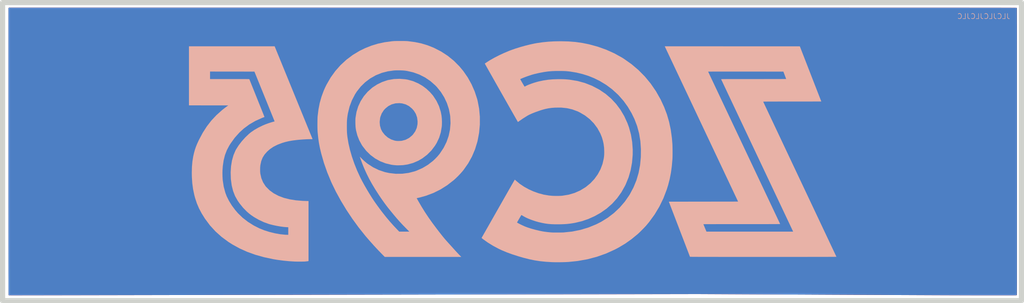
<source format=kicad_pcb>
(kicad_pcb (version 20240108) (generator "pcbnew") (generator_version "8.0")
  (layers (0 "F.Cu" signal) (31 "B.Cu" signal) (36 "B.SilkS" user "B.Silkscreen") (37 "F.SilkS" user "F.Silkscreen") (38 "B.Mask" user) (39 "F.Mask" user) (44 "Edge.Cuts" user))
  (net 0 "")
  (footprint "Graphics" (layer "F.Cu") (at 0 0)
    (property "Reference" "" (at 0 0 0) (layer "F.SilkS") (effects (font (size 1.27 1.27))))
    (property "Value" "")
    (fp_poly (pts (xy 78.149 14.922) (xy 78.608 15.001) (xy 79.654 15.292) (xy 80.675 15.739) (xy 81.495 16.222) (xy 82.219 16.765) (xy 82.903 17.4) (xy 83.491 18.073) (xy 83.55 18.15) (xy 84.189 19.13) (xy 84.681 20.168) (xy 85.023 21.254) (xy 85.168 22.02) (xy 85.226 22.598) (xy 85.25 23.23) (xy 85.238 23.835) (xy 85.213 24.16) (xy 85.024 25.271) (xy 84.704 26.304) (xy 84.243 27.286) (xy 83.889 27.87) (xy 83.188 28.793) (xy 82.37 29.611) (xy 81.447 30.313) (xy 80.64 30.784) (xy 79.631 31.218) (xy 78.576 31.507) (xy 77.753 31.631) (xy 77.527 31.647) (xy 77.219 31.66) (xy 76.891 31.67) (xy 76.601 31.673) (xy 76.41 31.669) (xy 76.41 31.668) (xy 76.001 31.635) (xy 75.677 31.598) (xy 75.415 31.558) (xy 74.301 31.292) (xy 73.243 30.881) (xy 72.255 30.332) (xy 71.347 29.654) (xy 70.532 28.854) (xy 69.823 27.942) (xy 69.665 27.7) (xy 69.183 26.813) (xy 68.809 25.867) (xy 68.563 24.918) (xy 68.562 24.91) (xy 68.498 24.53) (xy 68.458 24.182) (xy 68.436 23.799) (xy 68.426 23.42) (xy 68.424 23.228) (xy 73.147 23.228) (xy 73.206 23.959) (xy 73.402 24.639) (xy 73.671 25.154) (xy 74.149 25.759) (xy 74.719 26.254) (xy 75.359 26.625) (xy 76.048 26.858) (xy 76.405 26.919) (xy 76.645 26.931) (xy 76.96 26.928) (xy 77.268 26.913) (xy 77.47 26.891) (xy 78.202 26.688) (xy 78.865 26.341) (xy 79.451 25.855) (xy 79.615 25.678) (xy 80.06 25.056) (xy 80.354 24.383) (xy 80.499 23.653) (xy 80.514 23.12) (xy 80.417 22.357) (xy 80.18 21.668) (xy 79.798 21.045) (xy 79.441 20.639) (xy 78.856 20.153) (xy 78.215 19.816) (xy 77.507 19.62) (xy 76.99 19.567) (xy 76.221 19.608) (xy 75.504 19.797) (xy 74.848 20.131) (xy 74.305 20.567) (xy 74.123 20.75) (xy 73.977 20.908) (xy 73.952 20.938) (xy 73.546 21.561) (xy 73.28 22.257) (xy 73.23 22.469) (xy 73.147 23.228) (xy 68.424 23.228) (xy 68.423 23.028) (xy 68.427 22.742) (xy 68.442 22.504) (xy 68.447 22.44) (xy 68.635 21.299) (xy 68.972 20.207) (xy 69.45 19.178) (xy 70.063 18.223) (xy 70.804 17.355) (xy 71.666 16.586) (xy 71.77 16.506) (xy 72.649 15.932) (xy 73.612 15.46) (xy 74.608 15.117) (xy 74.83 15.06) (xy 75.91 14.877) (xy 77.03 14.831)) (fill solid) (layer "B.SilkS"))
    (fp_poly (pts (xy 56.41 17.505) (xy 56.876 18.648) (xy 57.326 19.749) (xy 57.754 20.799) (xy 58.159 21.791) (xy 58.535 22.713) (xy 58.88 23.558) (xy 59.189 24.317) (xy 59.459 24.98) (xy 59.686 25.538) (xy 59.867 25.982) (xy 59.998 26.304) (xy 60.075 26.494) (xy 60.095 26.545) (xy 60.087 26.566) (xy 60.023 26.576) (xy 59.863 26.58) (xy 59.695 26.58) (xy 59.037 26.594) (xy 58.279 26.635) (xy 57.482 26.698) (xy 57.14 26.731) (xy 56.269 26.838) (xy 55.509 26.968) (xy 54.811 27.132) (xy 54.21 27.312) (xy 53.289 27.66) (xy 52.498 28.06) (xy 51.809 28.53) (xy 51.269 29.01) (xy 50.765 29.584) (xy 50.391 30.185) (xy 50.131 30.849) (xy 49.965 31.613) (xy 49.948 31.73) (xy 49.921 32.061) (xy 49.911 32.472) (xy 49.918 32.888) (xy 49.943 33.232) (xy 49.948 33.27) (xy 50.144 34.159) (xy 50.479 34.973) (xy 50.949 35.706) (xy 51.066 35.85) (xy 51.741 36.528) (xy 52.542 37.115) (xy 53.461 37.606) (xy 54.489 37.995) (xy 54.56 38.017) (xy 55.645 38.29) (xy 56.833 38.48) (xy 58.139 38.59) (xy 58.769 38.613) (xy 59.32 38.626) (xy 59.32 44.464) (xy 59.32 50.301) (xy 59.265 50.322) (xy 59.151 50.344) (xy 59 50.362) (xy 58.772 50.384) (xy 58.63 50.399) (xy 58.496 50.406) (xy 58.243 50.411) (xy 57.913 50.414) (xy 57.548 50.415) (xy 57.19 50.414) (xy 56.878 50.411) (xy 56.66 50.406) (xy 55.563 50.34) (xy 54.398 50.226) (xy 53.245 50.072) (xy 52.44 49.938) (xy 50.644 49.552) (xy 48.971 49.081) (xy 47.407 48.518) (xy 45.938 47.857) (xy 44.548 47.094) (xy 43.733 46.575) (xy 42.419 45.603) (xy 41.231 44.536) (xy 40.166 43.37) (xy 39.218 42.098) (xy 39.181 42.043) (xy 38.546 41.026) (xy 38.03 40.048) (xy 37.612 39.066) (xy 37.273 38.035) (xy 37.12 37.459) (xy 36.881 36.316) (xy 36.724 35.143) (xy 36.645 33.895) (xy 36.632 33.09) (xy 36.66 31.964) (xy 36.748 30.942) (xy 36.901 29.978) (xy 37.069 29.238) (xy 37.234 28.648) (xy 37.421 28.095) (xy 37.65 27.526) (xy 37.941 26.89) (xy 38.04 26.686) (xy 38.767 25.323) (xy 39.556 24.091) (xy 40.424 22.968) (xy 41.39 21.932) (xy 42.47 20.961) (xy 42.56 20.887) (xy 42.866 20.643) (xy 43.2 20.388) (xy 43.497 20.17) (xy 43.57 20.119) (xy 43.727 20.01) (xy 39.904 20.005) (xy 36.08 20) (xy 36.08 14.25) (xy 36.08 13.42) (xy 40.18 13.42) (xy 40.18 14.15) (xy 40.18 14.88) (xy 43.989 14.88) (xy 44.869 14.88) (xy 45.603 14.88) (xy 46.203 14.881) (xy 46.683 14.882) (xy 47.057 14.884) (xy 47.338 14.886) (xy 47.539 14.889) (xy 47.674 14.893) (xy 47.756 14.898) (xy 47.799 14.905) (xy 47.815 14.912) (xy 47.817 14.915) (xy 47.85 14.994) (xy 47.935 15.204) (xy 48.065 15.528) (xy 48.234 15.948) (xy 48.434 16.447) (xy 48.659 17.007) (xy 48.902 17.611) (xy 49.155 18.242) (xy 49.411 18.882) (xy 49.664 19.514) (xy 49.907 20.12) (xy 50.132 20.683) (xy 50.333 21.185) (xy 50.503 21.61) (xy 50.634 21.939) (xy 50.72 22.156) (xy 50.754 22.242) (xy 50.707 22.289) (xy 50.605 22.325) (xy 50.408 22.399) (xy 50.28 22.449) (xy 48.994 23.028) (xy 47.823 23.709) (xy 46.751 24.501) (xy 45.889 25.288) (xy 44.973 26.311) (xy 44.148 27.46) (xy 43.901 27.857) (xy 43.438 28.739) (xy 43.081 29.677) (xy 42.824 30.693) (xy 42.661 31.809) (xy 42.599 32.661) (xy 42.589 33.204) (xy 42.601 33.81) (xy 42.632 34.386) (xy 42.65 34.6) (xy 42.839 35.835) (xy 43.148 36.989) (xy 43.411 37.688) (xy 43.853 38.582) (xy 44.418 39.496) (xy 45.082 40.389) (xy 45.606 40.998) (xy 46.503 41.867) (xy 47.529 42.666) (xy 48.664 43.381) (xy 49.73 43.925) (xy 50.672 44.307) (xy 51.697 44.635) (xy 52.758 44.898) (xy 53.808 45.085) (xy 54.8 45.184) (xy 55.145 45.196) (xy 55.38 45.2) (xy 55.38 44.463) (xy 55.38 43.726) (xy 55.052 43.713) (xy 54.498 43.669) (xy 53.844 43.581) (xy 53.14 43.458) (xy 52.438 43.309) (xy 51.788 43.144) (xy 51.567 43.079) (xy 50.631 42.739) (xy 49.672 42.291) (xy 48.751 41.763) (xy 48.6 41.665) (xy 48.126 41.338) (xy 47.707 41.01) (xy 47.299 40.649) (xy 46.584 39.916) (xy 45.901 39.065) (xy 45.548 38.557) (xy 45.046 37.666) (xy 44.662 36.686) (xy 44.391 35.607) (xy 44.232 34.42) (xy 44.221 34.29) (xy 44.184 33.043) (xy 44.258 31.854) (xy 44.441 30.737) (xy 44.73 29.709) (xy 45.122 28.786) (xy 45.249 28.55) (xy 45.741 27.78) (xy 46.342 26.997) (xy 47.011 26.249) (xy 47.709 25.581) (xy 48.14 25.226) (xy 48.785 24.782) (xy 49.545 24.344) (xy 50.373 23.937) (xy 50.93 23.7) (xy 51.231 23.587) (xy 51.59 23.462) (xy 51.959 23.341) (xy 52.295 23.239) (xy 52.55 23.169) (xy 52.637 23.15) (xy 52.713 23.124) (xy 52.712 23.093) (xy 52.681 23.013) (xy 52.595 22.798) (xy 52.459 22.459) (xy 52.277 22.009) (xy 52.056 21.461) (xy 51.8 20.827) (xy 51.514 20.12) (xy 51.203 19.352) (xy 50.872 18.535) (xy 50.752 18.24) (xy 48.803 13.43) (xy 44.492 13.425) (xy 40.18 13.42) (xy 36.08 13.42) (xy 36.08 8.5) (xy 44.407 8.5) (xy 52.734 8.5)) (fill solid) (layer "B.SilkS"))
    (fp_poly (pts (xy 77.653 7.472) (xy 78.011 7.475) (xy 78.275 7.482) (xy 78.481 7.492) (xy 78.65 7.506) (xy 80.008 7.684) (xy 81.263 7.947) (xy 82.455 8.306) (xy 83.622 8.77) (xy 83.71 8.81) (xy 85.093 9.521) (xy 86.375 10.356) (xy 87.555 11.315) (xy 88.636 12.399) (xy 89.404 13.322) (xy 90.257 14.557) (xy 90.997 15.889) (xy 91.61 17.288) (xy 92.081 18.723) (xy 92.19 19.145) (xy 92.475 20.655) (xy 92.617 22.208) (xy 92.614 23.782) (xy 92.467 25.351) (xy 92.177 26.892) (xy 92.131 27.08) (xy 91.68 28.556) (xy 91.088 29.956) (xy 90.358 31.278) (xy 89.49 32.519) (xy 89.276 32.787) (xy 88.847 33.279) (xy 88.346 33.803) (xy 87.833 34.298) (xy 87.534 34.564) (xy 86.279 35.541) (xy 84.968 36.37) (xy 83.591 37.054) (xy 82.143 37.598) (xy 81.071 37.9) (xy 80.795 37.966) (xy 80.57 38.019) (xy 80.465 38.041) (xy 80.356 38.066) (xy 80.34 38.072) (xy 80.373 38.135) (xy 80.407 38.194) (xy 80.481 38.324) (xy 80.603 38.54) (xy 80.71 38.73) (xy 81.329 39.791) (xy 81.972 40.824) (xy 82.662 41.859) (xy 83.417 42.925) (xy 84.26 44.052) (xy 84.76 44.7) (xy 85.15 45.197) (xy 85.474 45.603) (xy 85.763 45.952) (xy 86.046 46.281) (xy 86.354 46.627) (xy 86.539 46.83) (xy 86.812 47.13) (xy 87.092 47.44) (xy 87.328 47.702) (xy 87.37 47.75) (xy 87.872 48.308) (xy 88.295 48.766) (xy 88.661 49.148) (xy 88.678 49.165) (xy 89.007 49.5) (xy 81.569 49.5) (xy 74.13 49.5) (xy 73.678 49.045) (xy 72.889 48.23) (xy 72.057 47.334) (xy 71.229 46.409) (xy 70.452 45.507) (xy 70.329 45.36) (xy 69.058 43.765) (xy 67.838 42.088) (xy 66.686 40.357) (xy 65.622 38.602) (xy 64.662 36.853) (xy 63.827 35.138) (xy 63.716 34.89) (xy 62.956 33.053) (xy 62.32 31.238) (xy 61.792 29.4) (xy 61.544 28.363) (xy 61.354 27.392) (xy 61.21 26.419) (xy 61.102 25.375) (xy 61.076 25.05) (xy 61.061 24.75) (xy 61.052 24.34) (xy 61.05 24.11) (xy 66.771 24.11) (xy 66.773 24.607) (xy 66.78 24.993) (xy 66.794 25.317) (xy 66.819 25.626) (xy 66.856 25.971) (xy 66.881 26.18) (xy 67.078 27.383) (xy 67.375 28.67) (xy 67.763 30.009) (xy 68.233 31.369) (xy 68.773 32.719) (xy 69.374 34.026) (xy 69.455 34.189) (xy 69.796 34.844) (xy 70.203 35.583) (xy 70.652 36.364) (xy 71.116 37.14) (xy 71.568 37.868) (xy 71.927 38.42) (xy 72.26 38.906) (xy 72.66 39.468) (xy 73.092 40.059) (xy 73.522 40.631) (xy 73.697 40.86) (xy 74.408 41.759) (xy 75.092 42.576) (xy 75.796 43.367) (xy 76.536 44.155) (xy 76.944 44.58) (xy 77.925 44.58) (xy 78.907 44.58) (xy 78.228 43.895) (xy 77.608 43.258) (xy 77.032 42.638) (xy 76.466 41.997) (xy 75.876 41.298) (xy 75.25 40.53) (xy 75.055 40.287) (xy 74.883 40.074) (xy 74.783 39.95) (xy 74.464 39.539) (xy 74.09 39.034) (xy 73.692 38.477) (xy 73.299 37.91) (xy 73.01 37.48) (xy 72.288 36.355) (xy 71.661 35.311) (xy 71.109 34.313) (xy 70.616 33.328) (xy 70.163 32.322) (xy 69.946 31.802) (xy 69.844 31.544) (xy 69.723 31.227) (xy 69.596 30.887) (xy 69.475 30.558) (xy 69.373 30.275) (xy 69.304 30.072) (xy 69.28 29.987) (xy 69.332 30.036) (xy 69.468 30.17) (xy 69.661 30.362) (xy 69.685 30.387) (xy 70.145 30.827) (xy 70.58 31.195) (xy 70.809 31.37) (xy 71.855 32.05) (xy 72.971 32.591) (xy 74.142 32.986) (xy 75.02 33.178) (xy 76.285 33.318) (xy 77.539 33.308) (xy 78.765 33.149) (xy 79.945 32.843) (xy 80.28 32.726) (xy 81.449 32.211) (xy 82.528 31.57) (xy 83.505 30.81) (xy 83.93 30.41) (xy 84.358 29.961) (xy 84.718 29.535) (xy 84.86 29.35) (xy 85.574 28.268) (xy 86.138 27.133) (xy 86.55 25.953) (xy 86.809 24.732) (xy 86.913 23.476) (xy 86.86 22.193) (xy 86.829 21.92) (xy 86.597 20.724) (xy 86.215 19.559) (xy 85.692 18.442) (xy 85.036 17.393) (xy 84.258 16.43) (xy 83.961 16.119) (xy 83.018 15.287) (xy 81.984 14.583) (xy 80.872 14.013) (xy 79.695 13.584) (xy 78.464 13.301) (xy 78.03 13.238) (xy 77.654 13.207) (xy 77.184 13.188) (xy 76.683 13.182) (xy 76.217 13.191) (xy 75.913 13.208) (xy 74.703 13.378) (xy 73.571 13.674) (xy 72.485 14.105) (xy 72.35 14.169) (xy 71.293 14.769) (xy 70.327 15.499) (xy 69.46 16.349) (xy 68.702 17.312) (xy 68.356 17.85) (xy 67.752 19.016) (xy 67.29 20.254) (xy 66.972 21.556) (xy 66.891 22.054) (xy 66.843 22.416) (xy 66.809 22.721) (xy 66.788 23.015) (xy 66.776 23.345) (xy 66.772 23.757) (xy 66.771 24.11) (xy 61.05 24.11) (xy 61.048 23.862) (xy 61.05 23.362) (xy 61.056 22.883) (xy 61.067 22.469) (xy 61.083 22.164) (xy 61.086 22.13) (xy 61.251 20.781) (xy 61.495 19.533) (xy 61.829 18.343) (xy 62.209 17.302) (xy 62.382 16.884) (xy 62.547 16.517) (xy 62.741 16.121) (xy 62.828 15.95) (xy 63.615 14.584) (xy 64.524 13.318) (xy 65.549 12.159) (xy 66.683 11.112) (xy 67.919 10.185) (xy 69.251 9.382) (xy 70.295 8.872) (xy 71.536 8.377) (xy 72.787 7.995) (xy 74.09 7.715) (xy 75.487 7.526) (xy 75.58 7.517) (xy 75.785 7.499) (xy 75.976 7.486) (xy 76.191 7.478) (xy 76.466 7.473) (xy 76.839 7.472) (xy 77.17 7.471)) (fill solid) (layer "B.SilkS"))
    (fp_poly (pts (xy 141.674 8.505) (xy 154.803 8.51) (xy 156.889 13.88) (xy 158.975 19.25) (xy 153.326 19.255) (xy 152.239 19.256) (xy 151.3 19.257) (xy 150.499 19.258) (xy 149.826 19.259) (xy 149.269 19.261) (xy 148.818 19.262) (xy 148.461 19.265) (xy 148.187 19.267) (xy 147.986 19.27) (xy 147.847 19.274) (xy 147.759 19.278) (xy 147.71 19.284) (xy 147.691 19.29) (xy 147.688 19.295) (xy 147.723 19.37) (xy 147.823 19.582) (xy 147.985 19.926) (xy 148.205 20.395) (xy 148.481 20.981) (xy 148.809 21.678) (xy 149.187 22.48) (xy 149.611 23.379) (xy 150.077 24.369) (xy 150.583 25.442) (xy 151.126 26.594) (xy 151.702 27.816) (xy 152.308 29.102) (xy 152.941 30.445) (xy 153.598 31.838) (xy 154.276 33.275) (xy 154.802 34.39) (xy 155.493 35.856) (xy 156.166 37.283) (xy 156.817 38.664) (xy 157.444 39.994) (xy 158.043 41.264) (xy 158.611 42.469) (xy 159.145 43.602) (xy 159.642 44.656) (xy 160.099 45.623) (xy 160.511 46.499) (xy 160.877 47.275) (xy 161.193 47.945) (xy 161.456 48.503) (xy 161.662 48.941) (xy 161.809 49.253) (xy 161.894 49.432) (xy 161.914 49.475) (xy 161.887 49.478) (xy 161.801 49.481) (xy 161.65 49.484) (xy 161.427 49.486) (xy 161.126 49.488) (xy 160.742 49.49) (xy 160.269 49.492) (xy 159.7 49.494) (xy 159.03 49.495) (xy 158.253 49.496) (xy 157.363 49.497) (xy 156.353 49.498) (xy 155.219 49.499) (xy 153.953 49.499) (xy 152.551 49.5) (xy 151.006 49.5) (xy 149.312 49.5) (xy 147.692 49.5) (xy 145.86 49.5) (xy 144.183 49.5) (xy 142.655 49.5) (xy 141.268 49.499) (xy 140.017 49.499) (xy 138.897 49.498) (xy 137.901 49.497) (xy 137.023 49.496) (xy 136.258 49.495) (xy 135.6 49.494) (xy 135.041 49.492) (xy 134.578 49.49) (xy 134.203 49.488) (xy 133.911 49.486) (xy 133.695 49.483) (xy 133.55 49.481) (xy 133.471 49.478) (xy 133.449 49.475) (xy 133.42 49.398) (xy 133.338 49.184) (xy 133.208 48.844) (xy 133.034 48.39) (xy 132.821 47.834) (xy 132.574 47.188) (xy 132.297 46.465) (xy 131.995 45.675) (xy 131.671 44.831) (xy 131.392 44.1) (xy 131.022 43.134) (xy 136.06 43.134) (xy 136.088 43.207) (xy 136.162 43.388) (xy 136.265 43.639) (xy 136.381 43.92) (xy 136.495 44.192) (xy 136.589 44.417) (xy 136.622 44.495) (xy 136.659 44.58) (xy 145.079 44.58) (xy 153.5 44.58) (xy 153.452 44.475) (xy 153.414 44.393) (xy 153.31 44.174) (xy 153.145 43.823) (xy 152.921 43.349) (xy 152.642 42.757) (xy 152.311 42.055) (xy 151.931 41.249) (xy 151.505 40.347) (xy 151.036 39.354) (xy 150.529 38.279) (xy 149.985 37.128) (xy 149.409 35.907) (xy 148.803 34.624) (xy 148.171 33.285) (xy 147.516 31.898) (xy 146.842 30.469) (xy 146.46 29.66) (xy 145.776 28.212) (xy 145.111 26.802) (xy 144.467 25.438) (xy 143.848 24.126) (xy 143.256 22.873) (xy 142.696 21.686) (xy 142.171 20.572) (xy 141.682 19.537) (xy 141.235 18.589) (xy 140.832 17.734) (xy 140.476 16.978) (xy 140.17 16.33) (xy 139.918 15.795) (xy 139.723 15.38) (xy 139.588 15.093) (xy 139.516 14.94) (xy 139.505 14.915) (xy 139.509 14.909) (xy 139.533 14.903) (xy 139.586 14.898) (xy 139.679 14.894) (xy 139.823 14.891) (xy 140.027 14.888) (xy 140.302 14.886) (xy 140.658 14.884) (xy 141.106 14.882) (xy 141.656 14.881) (xy 142.318 14.881) (xy 143.103 14.88) (xy 144.02 14.88) (xy 145.081 14.88) (xy 145.818 14.88) (xy 146.808 14.88) (xy 147.75 14.879) (xy 148.633 14.878) (xy 149.445 14.877) (xy 150.172 14.876) (xy 150.804 14.874) (xy 151.327 14.872) (xy 151.731 14.87) (xy 152.003 14.868) (xy 152.131 14.866) (xy 152.14 14.865) (xy 152.114 14.789) (xy 152.043 14.597) (xy 151.94 14.321) (xy 151.872 14.14) (xy 151.603 13.43) (xy 144.292 13.425) (xy 143.225 13.424) (xy 142.205 13.424) (xy 141.244 13.424) (xy 140.351 13.424) (xy 139.539 13.425) (xy 138.818 13.425) (xy 138.201 13.426) (xy 137.697 13.428) (xy 137.318 13.429) (xy 137.076 13.43) (xy 136.981 13.432) (xy 136.98 13.432) (xy 137.014 13.505) (xy 137.112 13.715) (xy 137.273 14.057) (xy 137.492 14.522) (xy 137.767 15.106) (xy 138.095 15.8) (xy 138.471 16.598) (xy 138.893 17.494) (xy 139.358 18.48) (xy 139.863 19.549) (xy 140.404 20.696) (xy 140.978 21.913) (xy 141.582 23.193) (xy 142.213 24.53) (xy 142.867 25.916) (xy 143.542 27.346) (xy 143.972 28.256) (xy 144.658 29.709) (xy 145.326 31.124) (xy 145.972 32.493) (xy 146.594 33.81) (xy 147.187 35.067) (xy 147.75 36.259) (xy 148.278 37.378) (xy 148.769 38.418) (xy 149.219 39.372) (xy 149.625 40.233) (xy 149.984 40.994) (xy 150.293 41.648) (xy 150.548 42.189) (xy 150.746 42.61) (xy 150.885 42.904) (xy 150.961 43.064) (xy 150.974 43.094) (xy 150.953 43.098) (xy 150.88 43.102) (xy 150.746 43.106) (xy 150.543 43.109) (xy 150.261 43.111) (xy 149.894 43.114) (xy 149.431 43.115) (xy 148.864 43.117) (xy 148.184 43.118) (xy 147.384 43.119) (xy 146.453 43.119) (xy 145.384 43.12) (xy 144.168 43.12) (xy 143.522 43.12) (xy 142.445 43.12) (xy 141.414 43.121) (xy 140.44 43.121) (xy 139.536 43.122) (xy 138.712 43.123) (xy 137.978 43.125) (xy 137.347 43.126) (xy 136.828 43.128) (xy 136.435 43.13) (xy 136.176 43.132) (xy 136.064 43.134) (xy 136.06 43.134) (xy 131.022 43.134) (xy 129.344 38.75) (xy 136.071 38.74) (xy 142.799 38.73) (xy 141.691 36.38) (xy 141.537 36.053) (xy 141.318 35.59) (xy 141.041 35) (xy 140.707 34.294) (xy 140.323 33.48) (xy 139.893 32.567) (xy 139.42 31.564) (xy 138.91 30.481) (xy 138.365 29.327) (xy 137.792 28.111) (xy 137.194 26.842) (xy 136.575 25.53) (xy 135.94 24.183) (xy 135.293 22.811) (xy 134.638 21.423) (xy 134.564 21.265) (xy 128.545 8.5)) (fill solid) (layer "B.SilkS"))
    (fp_poly (pts (xy 109.837 7.555) (xy 111.217 7.664) (xy 112.553 7.854) (xy 113.827 8.113) (xy 115.528 8.577) (xy 117.179 9.168) (xy 118.754 9.878) (xy 120.231 10.695) (xy 120.597 10.924) (xy 122.075 11.968) (xy 123.442 13.127) (xy 124.694 14.397) (xy 125.83 15.776) (xy 126.848 17.263) (xy 127.745 18.853) (xy 127.771 18.903) (xy 128.43 20.325) (xy 128.97 21.752) (xy 129.395 23.212) (xy 129.715 24.733) (xy 129.937 26.342) (xy 130.033 27.48) (xy 130.049 27.833) (xy 130.061 28.291) (xy 130.067 28.806) (xy 130.068 29.334) (xy 130.064 29.827) (xy 130.054 30.238) (xy 130.044 30.45) (xy 129.923 31.848) (xy 129.748 33.134) (xy 129.511 34.349) (xy 129.205 35.534) (xy 128.941 36.38) (xy 128.291 38.084) (xy 127.503 39.708) (xy 126.579 41.249) (xy 125.522 42.702) (xy 124.942 43.398) (xy 124.72 43.641) (xy 124.425 43.951) (xy 124.093 44.288) (xy 123.763 44.616) (xy 123.472 44.896) (xy 123.29 45.063) (xy 122.082 46.055) (xy 120.855 46.922) (xy 119.563 47.694) (xy 118.87 48.059) (xy 117.151 48.839) (xy 115.366 49.473) (xy 113.519 49.961) (xy 111.615 50.301) (xy 109.88 50.479) (xy 109.251 50.512) (xy 108.53 50.532) (xy 107.783 50.54) (xy 107.076 50.534) (xy 106.58 50.518) (xy 105.408 50.446) (xy 104.32 50.334) (xy 103.272 50.173) (xy 102.216 49.956) (xy 101.106 49.674) (xy 100.09 49.379) (xy 98.897 48.996) (xy 97.835 48.608) (xy 96.876 48.206) (xy 96.31 47.939) (xy 95.187 47.341) (xy 94.142 46.697) (xy 93.216 46.031) (xy 93.155 45.984) (xy 93.011 45.866) (xy 92.959 45.808) (xy 92.966 45.772) (xy 93.009 45.697) (xy 93.125 45.494) (xy 93.307 45.173) (xy 93.551 44.744) (xy 93.85 44.217) (xy 94.199 43.604) (xy 94.591 42.914) (xy 94.656 42.799) (xy 99.84 42.799) (xy 99.907 42.851) (xy 100.086 42.953) (xy 100.344 43.089) (xy 100.648 43.24) (xy 100.964 43.391) (xy 101.258 43.525) (xy 101.39 43.582) (xy 101.951 43.791) (xy 102.622 44.005) (xy 103.357 44.209) (xy 104.106 44.39) (xy 104.75 44.522) (xy 105.208 44.596) (xy 105.745 44.664) (xy 106.28 44.718) (xy 106.67 44.746) (xy 106.881 44.752) (xy 107.205 44.755) (xy 107.596 44.756) (xy 108.008 44.755) (xy 108.394 44.751) (xy 108.708 44.746) (xy 108.893 44.739) (xy 110.547 44.566) (xy 112.161 44.243) (xy 113.722 43.773) (xy 115.221 43.16) (xy 116.17 42.679) (xy 117.482 41.869) (xy 118.693 40.939) (xy 119.797 39.895) (xy 120.786 38.743) (xy 121.652 37.492) (xy 121.767 37.302) (xy 122.476 35.971) (xy 123.041 34.589) (xy 123.466 33.148) (xy 123.752 31.64) (xy 123.9 30.06) (xy 123.916 28.53) (xy 123.808 26.964) (xy 123.565 25.474) (xy 123.184 24.046) (xy 122.659 22.665) (xy 122.1 21.52) (xy 121.366 20.28) (xy 120.558 19.156) (xy 119.649 18.114) (xy 119.39 17.849) (xy 118.32 16.873) (xy 117.172 16.016) (xy 115.924 15.26) (xy 114.849 14.724) (xy 113.765 14.285) (xy 112.59 13.911) (xy 111.382 13.619) (xy 110.201 13.424) (xy 110.156 13.419) (xy 109.76 13.374) (xy 109.43 13.344) (xy 109.111 13.325) (xy 108.747 13.313) (xy 108.279 13.306) (xy 108.27 13.306) (xy 107.369 13.308) (xy 106.571 13.34) (xy 105.82 13.407) (xy 105.06 13.516) (xy 104.236 13.672) (xy 103.871 13.749) (xy 103.219 13.903) (xy 102.631 14.068) (xy 102.022 14.27) (xy 101.7 14.387) (xy 101.366 14.513) (xy 101.042 14.641) (xy 100.761 14.757) (xy 100.557 14.847) (xy 100.463 14.897) (xy 100.46 14.901) (xy 100.497 14.971) (xy 100.595 15.143) (xy 100.732 15.383) (xy 100.889 15.654) (xy 101.045 15.921) (xy 101.179 16.149) (xy 101.271 16.302) (xy 101.299 16.347) (xy 101.369 16.328) (xy 101.394 16.314) (xy 101.699 16.152) (xy 102.121 15.969) (xy 102.624 15.778) (xy 103.168 15.595) (xy 103.717 15.431) (xy 104.1 15.333) (xy 104.995 15.144) (xy 105.87 15.013) (xy 106.777 14.934) (xy 107.771 14.901) (xy 108.075 14.9) (xy 108.67 14.906) (xy 109.184 14.926) (xy 109.697 14.967) (xy 110.12 15.011) (xy 111.604 15.255) (xy 113.029 15.646) (xy 114.403 16.187) (xy 115.737 16.882) (xy 115.89 16.973) (xy 117.063 17.771) (xy 118.133 18.69) (xy 119.097 19.723) (xy 119.948 20.864) (xy 120.681 22.105) (xy 121.292 23.441) (xy 121.606 24.31) (xy 121.977 25.684) (xy 122.218 27.126) (xy 122.326 28.6) (xy 122.32 29.61) (xy 122.191 31.145) (xy 121.926 32.607) (xy 121.521 34.008) (xy 120.971 35.362) (xy 120.825 35.667) (xy 120.116 36.929) (xy 119.284 38.088) (xy 118.334 39.141) (xy 117.269 40.084) (xy 116.093 40.913) (xy 114.94 41.561) (xy 113.691 42.122) (xy 112.442 42.55) (xy 111.142 42.861) (xy 110.702 42.939) (xy 110.115 43.027) (xy 109.569 43.088) (xy 109.006 43.127) (xy 108.37 43.149) (xy 107.982 43.154) (xy 107.174 43.153) (xy 106.483 43.128) (xy 105.863 43.076) (xy 105.272 42.993) (xy 104.72 42.887) (xy 104.005 42.722) (xy 103.366 42.54) (xy 102.716 42.316) (xy 102.5 42.235) (xy 101.993 42.032) (xy 101.584 41.848) (xy 101.217 41.653) (xy 100.903 41.465) (xy 100.753 41.379) (xy 100.68 41.352) (xy 100.68 41.353) (xy 100.635 41.425) (xy 100.531 41.599) (xy 100.391 41.839) (xy 100.233 42.11) (xy 100.079 42.377) (xy 99.948 42.604) (xy 99.863 42.756) (xy 99.84 42.799) (xy 94.656 42.799) (xy 95.02 42.158) (xy 95.48 41.346) (xy 95.966 40.49) (xy 96.19 40.095) (xy 96.685 39.223) (xy 97.158 38.392) (xy 97.601 37.613) (xy 98.009 36.896) (xy 98.377 36.251) (xy 98.698 35.689) (xy 98.966 35.219) (xy 99.176 34.854) (xy 99.321 34.602) (xy 99.397 34.474) (xy 99.406 34.46) (xy 99.47 34.509) (xy 99.602 34.629) (xy 99.624 34.65) (xy 100.354 35.263) (xy 101.208 35.84) (xy 102.15 36.358) (xy 102.99 36.735) (xy 104.023 37.109) (xy 105.014 37.374) (xy 106.022 37.544) (xy 106.63 37.604) (xy 106.992 37.621) (xy 107.435 37.628) (xy 107.897 37.626) (xy 108.319 37.613) (xy 108.63 37.592) (xy 109.864 37.391) (xy 111.024 37.05) (xy 112.116 36.565) (xy 113.148 35.935) (xy 113.216 35.887) (xy 114.099 35.163) (xy 114.875 34.336) (xy 115.533 33.421) (xy 116.063 32.436) (xy 116.455 31.396) (xy 116.689 30.38) (xy 116.744 29.992) (xy 116.775 29.645) (xy 116.787 29.259) (xy 116.788 29.01) (xy 116.758 28.225) (xy 116.666 27.51) (xy 116.541 26.93) (xy 116.336 26.235) (xy 116.067 25.565) (xy 116.015 25.451) (xy 115.454 24.431) (xy 114.766 23.505) (xy 113.959 22.68) (xy 113.039 21.964) (xy 112.015 21.363) (xy 111.568 21.153) (xy 110.576 20.788) (xy 109.538 20.548) (xy 108.439 20.433) (xy 107.259 20.439) (xy 106.58 20.491) (xy 105.935 20.577) (xy 105.306 20.709) (xy 104.627 20.9) (xy 104.32 20.999) (xy 103.473 21.295) (xy 102.751 21.58) (xy 102.167 21.848) (xy 101.86 22.016) (xy 101.012 22.547) (xy 100.264 23.066) (xy 100.104 23.178) (xy 100.015 23.234) (xy 100.009 23.235) (xy 99.965 23.163) (xy 99.85 22.963) (xy 99.672 22.651) (xy 99.436 22.237) (xy 99.15 21.735) (xy 98.822 21.157) (xy 98.458 20.516) (xy 98.066 19.824) (xy 97.652 19.094) (xy 97.225 18.338) (xy 96.79 17.57) (xy 96.355 16.801) (xy 95.927 16.044) (xy 95.514 15.313) (xy 95.122 14.618) (xy 94.758 13.974) (xy 94.43 13.392) (xy 94.145 12.886) (xy 93.91 12.467) (xy 93.731 12.148) (xy 93.617 11.943) (xy 93.574 11.863) (xy 93.574 11.862) (xy 93.711 11.769) (xy 93.933 11.623) (xy 94.189 11.457) (xy 94.428 11.305) (xy 94.58 11.211) (xy 95.417 10.733) (xy 96.357 10.252) (xy 97.347 9.791) (xy 98.333 9.377) (xy 98.612 9.27) (xy 99.478 8.963) (xy 100.43 8.664) (xy 101.417 8.387) (xy 102.389 8.144) (xy 103.296 7.95) (xy 103.744 7.87) (xy 104.843 7.713) (xy 105.929 7.604) (xy 107.056 7.541) (xy 108.28 7.52) (xy 108.364 7.52)) (fill solid) (layer "B.SilkS"))
  )
  (footprint "Graphics" (layer "F.Cu") (at 0 0)
    (property "Reference" "" (at 0 0 0) (layer "F.SilkS") (effects (font (size 1.27 1.27))))
    (property "Value" "")
  )
  (footprint "Graphics" (layer "F.Cu") (at 0 0)
    (property "Reference" "" (at 0 0 0) (layer "F.SilkS") (effects (font (size 1.27 1.27))))
    (property "Value" "")
  )
  (footprint "Graphics" (layer "F.Cu") (at 0 0)
    (property "Reference" "" (at 0 0 0) (layer "F.SilkS") (effects (font (size 1.27 1.27))))
    (property "Value" "")
    (fp_poly (pts (xy 99.018 0.985) (xy 103.786 0.985) (xy 108.397 0.985) (xy 112.853 0.986) (xy 117.157 0.986) (xy 121.312 0.986) (xy 125.32 0.986) (xy 129.184 0.987) (xy 132.906 0.987) (xy 136.489 0.987) (xy 139.936 0.987) (xy 143.25 0.988) (xy 146.432 0.988) (xy 149.486 0.988) (xy 152.415 0.988) (xy 155.22 0.988) (xy 157.906 0.989) (xy 160.473 0.989) (xy 162.925 0.989) (xy 165.265 0.99) (xy 167.495 0.99) (xy 169.618 0.99) (xy 171.636 0.991) (xy 173.553 0.991) (xy 175.37 0.991) (xy 177.09 0.992) (xy 178.717 0.992) (xy 180.252 0.993) (xy 181.699 0.993) (xy 183.059 0.994) (xy 184.337 0.994) (xy 185.533 0.995) (xy 186.651 0.995) (xy 187.694 0.996) (xy 188.664 0.997) (xy 189.564 0.997) (xy 190.396 0.998) (xy 191.163 0.999) (xy 191.868 1) (xy 192.513 1) (xy 193.102 1.001) (xy 193.636 1.002) (xy 194.118 1.003) (xy 194.551 1.004) (xy 194.938 1.005) (xy 195.281 1.006) (xy 195.583 1.007) (xy 195.846 1.009) (xy 196.074 1.01) (xy 196.268 1.011) (xy 196.432 1.012) (xy 196.567 1.014) (xy 196.678 1.015) (xy 196.766 1.017) (xy 196.833 1.018) (xy 196.884 1.02) (xy 196.919 1.022) (xy 196.943 1.023) (xy 196.957 1.025) (xy 196.964 1.027) (xy 196.968 1.029) (xy 196.969 1.03) (xy 196.971 1.046) (xy 196.974 1.088) (xy 196.976 1.162) (xy 196.978 1.273) (xy 196.981 1.425) (xy 196.983 1.623) (xy 196.984 1.872) (xy 196.986 2.177) (xy 196.988 2.543) (xy 196.989 2.974) (xy 196.99 3.475) (xy 196.991 4.052) (xy 196.993 4.708) (xy 196.994 5.449) (xy 196.994 6.28) (xy 196.995 7.205) (xy 196.996 8.229) (xy 196.997 9.357) (xy 196.997 10.594) (xy 196.998 11.945) (xy 196.998 13.414) (xy 196.998 15.007) (xy 196.999 16.728) (xy 196.999 18.581) (xy 196.999 20.573) (xy 196.999 22.707) (xy 196.999 24.988) (xy 196.999 27.422) (xy 196.999 28.985) (xy 196.999 31.494) (xy 196.999 33.848) (xy 197 36.052) (xy 197 38.111) (xy 196.999 40.03) (xy 196.999 41.813) (xy 196.999 43.467) (xy 196.999 44.994) (xy 196.999 46.402) (xy 196.999 47.694) (xy 196.998 48.876) (xy 196.998 49.952) (xy 196.997 50.927) (xy 196.997 51.807) (xy 196.996 52.596) (xy 196.995 53.3) (xy 196.994 53.922) (xy 196.993 54.469) (xy 196.992 54.945) (xy 196.99 55.355) (xy 196.989 55.704) (xy 196.987 55.998) (xy 196.986 56.24) (xy 196.984 56.436) (xy 196.981 56.591) (xy 196.979 56.709) (xy 196.977 56.797) (xy 196.974 56.858) (xy 196.971 56.898) (xy 196.968 56.921) (xy 196.965 56.933) (xy 196.961 56.939) (xy 196.96 56.94) (xy 196.95 56.948) (xy 196.929 56.955) (xy 196.885 56.961) (xy 196.807 56.965) (xy 196.684 56.969) (xy 196.504 56.972) (xy 196.256 56.975) (xy 195.928 56.977) (xy 195.51 56.978) (xy 194.988 56.979) (xy 194.353 56.979) (xy 193.592 56.98) (xy 192.694 56.98) (xy 191.648 56.98) (xy 191.625 56.98) (xy 190.837 56.979) (xy 189.904 56.978) (xy 188.838 56.976) (xy 187.655 56.973) (xy 186.367 56.969) (xy 184.989 56.965) (xy 183.535 56.96) (xy 182.019 56.954) (xy 180.454 56.948) (xy 178.856 56.941) (xy 177.237 56.934) (xy 175.612 56.927) (xy 174.3 56.921) (xy 172.769 56.913) (xy 171.1 56.905) (xy 169.313 56.897) (xy 167.43 56.888) (xy 165.472 56.878) (xy 163.46 56.868) (xy 161.416 56.859) (xy 159.36 56.849) (xy 157.315 56.839) (xy 155.301 56.829) (xy 153.339 56.82) (xy 151.452 56.811) (xy 149.659 56.802) (xy 148.557 56.797) (xy 134.844 56.731) (xy 104.777 56.787) (xy 102.479 56.791) (xy 100.033 56.795) (xy 97.453 56.8) (xy 94.749 56.805) (xy 91.936 56.81) (xy 89.025 56.816) (xy 86.029 56.821) (xy 82.961 56.827) (xy 79.832 56.833) (xy 76.656 56.839) (xy 73.445 56.845) (xy 70.211 56.851) (xy 66.967 56.857) (xy 63.725 56.863) (xy 60.498 56.869) (xy 57.298 56.875) (xy 54.138 56.881) (xy 51.03 56.887) (xy 47.987 56.893) (xy 45.021 56.898) (xy 42.145 56.904) (xy 39.371 56.909) (xy 38.44 56.911) (xy 35.523 56.916) (xy 32.762 56.921) (xy 30.153 56.926) (xy 27.69 56.931) (xy 25.371 56.935) (xy 23.19 56.94) (xy 21.143 56.943) (xy 19.227 56.947) (xy 17.437 56.95) (xy 15.768 56.953) (xy 14.216 56.956) (xy 12.778 56.959) (xy 11.448 56.961) (xy 10.223 56.964) (xy 9.098 56.966) (xy 8.069 56.967) (xy 7.132 56.969) (xy 6.282 56.97) (xy 5.516 56.972) (xy 4.828 56.973) (xy 4.215 56.973) (xy 3.672 56.974) (xy 3.196 56.975) (xy 2.781 56.975) (xy 2.424 56.975) (xy 2.12 56.975) (xy 1.866 56.975) (xy 1.656 56.975) (xy 1.486 56.974) (xy 1.353 56.974) (xy 1.252 56.973) (xy 1.178 56.973) (xy 1.128 56.972) (xy 1.097 56.971) (xy 1.081 56.97) (xy 1.076 56.969) (xy 1.077 56.968) (xy 1.08 56.967) (xy 1.081 56.966) (xy 1.08 56.965) (xy 1.026 56.922) (xy 1.023 56.888) (xy 1.021 56.79) (xy 1.019 56.623) (xy 1.017 56.384) (xy 1.016 56.069) (xy 1.014 55.672) (xy 1.012 55.191) (xy 1.011 54.621) (xy 1.01 53.959) (xy 1.008 53.199) (xy 1.007 52.338) (xy 1.006 51.372) (xy 1.005 50.297) (xy 1.005 49.108) (xy 1.004 47.802) (xy 1.003 46.375) (xy 1.003 44.821) (xy 1.002 43.139) (xy 1.002 41.322) (xy 1.001 39.367) (xy 1.001 37.271) (xy 1.001 35.028) (xy 1.001 32.636) (xy 1.001 30.089) (xy 1.001 28.984) (xy 1 1.078) (xy 1.049 1.029) (xy 1.098 0.98)) (fill solid) (layer "F.Cu"))
  )
  (footprint "Graphics" (layer "F.Cu") (at 0 0)
    (property "Reference" "" (at 0 0 0) (layer "F.SilkS") (effects (font (size 1.27 1.27))))
    (property "Value" "")
  )
  (footprint "Graphics" (layer "B.Cu") (at 0 0)
    (property "Reference" "" (at 0 0 0) (layer "F.SilkS") (effects (font (size 1.27 1.27))))
    (property "Value" "")
    (fp_poly (pts (xy 99.018 0.985) (xy 103.786 0.985) (xy 108.397 0.985) (xy 112.853 0.986) (xy 117.157 0.986) (xy 121.312 0.986) (xy 125.32 0.986) (xy 129.184 0.987) (xy 132.906 0.987) (xy 136.489 0.987) (xy 139.936 0.987) (xy 143.25 0.988) (xy 146.432 0.988) (xy 149.486 0.988) (xy 152.415 0.988) (xy 155.22 0.988) (xy 157.906 0.989) (xy 160.473 0.989) (xy 162.925 0.989) (xy 165.265 0.99) (xy 167.495 0.99) (xy 169.618 0.99) (xy 171.636 0.991) (xy 173.553 0.991) (xy 175.37 0.991) (xy 177.09 0.992) (xy 178.717 0.992) (xy 180.252 0.993) (xy 181.699 0.993) (xy 183.059 0.994) (xy 184.337 0.994) (xy 185.533 0.995) (xy 186.651 0.995) (xy 187.694 0.996) (xy 188.664 0.997) (xy 189.564 0.997) (xy 190.396 0.998) (xy 191.163 0.999) (xy 191.868 1) (xy 192.513 1) (xy 193.102 1.001) (xy 193.636 1.002) (xy 194.118 1.003) (xy 194.551 1.004) (xy 194.938 1.005) (xy 195.281 1.006) (xy 195.583 1.007) (xy 195.846 1.009) (xy 196.074 1.01) (xy 196.268 1.011) (xy 196.432 1.012) (xy 196.567 1.014) (xy 196.678 1.015) (xy 196.766 1.017) (xy 196.833 1.018) (xy 196.884 1.02) (xy 196.919 1.022) (xy 196.943 1.023) (xy 196.957 1.025) (xy 196.964 1.027) (xy 196.968 1.029) (xy 196.969 1.03) (xy 196.971 1.046) (xy 196.974 1.088) (xy 196.976 1.162) (xy 196.978 1.273) (xy 196.981 1.425) (xy 196.983 1.623) (xy 196.984 1.872) (xy 196.986 2.177) (xy 196.988 2.543) (xy 196.989 2.974) (xy 196.99 3.475) (xy 196.991 4.052) (xy 196.993 4.708) (xy 196.994 5.449) (xy 196.994 6.28) (xy 196.995 7.205) (xy 196.996 8.229) (xy 196.997 9.357) (xy 196.997 10.594) (xy 196.998 11.945) (xy 196.998 13.414) (xy 196.998 15.007) (xy 196.999 16.728) (xy 196.999 18.581) (xy 196.999 20.573) (xy 196.999 22.707) (xy 196.999 24.988) (xy 196.999 27.422) (xy 196.999 28.985) (xy 196.999 31.494) (xy 196.999 33.848) (xy 197 36.052) (xy 197 38.111) (xy 196.999 40.03) (xy 196.999 41.813) (xy 196.999 43.467) (xy 196.999 44.994) (xy 196.999 46.402) (xy 196.999 47.694) (xy 196.998 48.876) (xy 196.998 49.952) (xy 196.997 50.927) (xy 196.997 51.807) (xy 196.996 52.596) (xy 196.995 53.3) (xy 196.994 53.922) (xy 196.993 54.469) (xy 196.992 54.945) (xy 196.99 55.355) (xy 196.989 55.704) (xy 196.987 55.998) (xy 196.986 56.24) (xy 196.984 56.436) (xy 196.981 56.591) (xy 196.979 56.709) (xy 196.977 56.797) (xy 196.974 56.858) (xy 196.971 56.898) (xy 196.968 56.921) (xy 196.965 56.933) (xy 196.961 56.939) (xy 196.96 56.94) (xy 196.95 56.948) (xy 196.929 56.955) (xy 196.885 56.961) (xy 196.807 56.965) (xy 196.684 56.969) (xy 196.504 56.972) (xy 196.256 56.975) (xy 195.928 56.977) (xy 195.51 56.978) (xy 194.988 56.979) (xy 194.353 56.979) (xy 193.592 56.98) (xy 192.694 56.98) (xy 191.648 56.98) (xy 191.625 56.98) (xy 190.837 56.979) (xy 189.904 56.978) (xy 188.838 56.976) (xy 187.655 56.973) (xy 186.367 56.969) (xy 184.989 56.965) (xy 183.535 56.96) (xy 182.019 56.954) (xy 180.454 56.948) (xy 178.856 56.941) (xy 177.237 56.934) (xy 175.612 56.927) (xy 174.3 56.921) (xy 172.769 56.913) (xy 171.1 56.905) (xy 169.313 56.897) (xy 167.43 56.888) (xy 165.472 56.878) (xy 163.46 56.868) (xy 161.416 56.859) (xy 159.36 56.849) (xy 157.315 56.839) (xy 155.301 56.829) (xy 153.339 56.82) (xy 151.452 56.811) (xy 149.659 56.802) (xy 148.557 56.797) (xy 134.844 56.731) (xy 104.777 56.787) (xy 102.479 56.791) (xy 100.033 56.795) (xy 97.453 56.8) (xy 94.749 56.805) (xy 91.936 56.81) (xy 89.025 56.816) (xy 86.029 56.821) (xy 82.961 56.827) (xy 79.832 56.833) (xy 76.656 56.839) (xy 73.445 56.845) (xy 70.211 56.851) (xy 66.967 56.857) (xy 63.725 56.863) (xy 60.498 56.869) (xy 57.298 56.875) (xy 54.138 56.881) (xy 51.03 56.887) (xy 47.987 56.893) (xy 45.021 56.898) (xy 42.145 56.904) (xy 39.371 56.909) (xy 38.44 56.911) (xy 35.523 56.916) (xy 32.762 56.921) (xy 30.153 56.926) (xy 27.69 56.931) (xy 25.371 56.935) (xy 23.19 56.94) (xy 21.143 56.943) (xy 19.227 56.947) (xy 17.437 56.95) (xy 15.768 56.953) (xy 14.216 56.956) (xy 12.778 56.959) (xy 11.448 56.961) (xy 10.223 56.964) (xy 9.098 56.966) (xy 8.069 56.967) (xy 7.132 56.969) (xy 6.282 56.97) (xy 5.516 56.972) (xy 4.828 56.973) (xy 4.215 56.973) (xy 3.672 56.974) (xy 3.196 56.975) (xy 2.781 56.975) (xy 2.424 56.975) (xy 2.12 56.975) (xy 1.866 56.975) (xy 1.656 56.975) (xy 1.486 56.974) (xy 1.353 56.974) (xy 1.252 56.973) (xy 1.178 56.973) (xy 1.128 56.972) (xy 1.097 56.971) (xy 1.081 56.97) (xy 1.076 56.969) (xy 1.077 56.968) (xy 1.08 56.967) (xy 1.081 56.966) (xy 1.08 56.965) (xy 1.026 56.922) (xy 1.023 56.888) (xy 1.021 56.79) (xy 1.019 56.623) (xy 1.017 56.384) (xy 1.016 56.069) (xy 1.014 55.672) (xy 1.012 55.191) (xy 1.011 54.621) (xy 1.01 53.959) (xy 1.008 53.199) (xy 1.007 52.338) (xy 1.006 51.372) (xy 1.005 50.297) (xy 1.005 49.108) (xy 1.004 47.802) (xy 1.003 46.375) (xy 1.003 44.821) (xy 1.002 43.139) (xy 1.002 41.322) (xy 1.001 39.367) (xy 1.001 37.271) (xy 1.001 35.028) (xy 1.001 32.636) (xy 1.001 30.089) (xy 1.001 28.984) (xy 1 1.078) (xy 1.049 1.029) (xy 1.098 0.98)) (fill solid) (layer "B.Cu"))
  )
  (gr_poly (pts (xy -0.142 -0.01) (xy 197.87 -0.01) (xy 197.87 58.027) (xy -0.142 58.027) (xy -0.142 -0.01)) (stroke (width 1)) (fill none) (layer "Edge.Cuts"))
  (gr_text "JLCJLCJLCJLC" (at 195.75 3.25 -0) (layer "B.SilkS") (effects (font (size 1 1) (thickness 0.1)) (justify left bottom mirror)))
)
</source>
